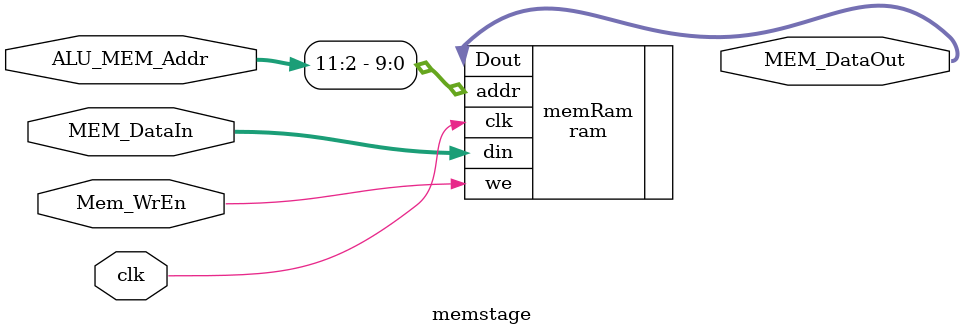
<source format=v>
`timescale 1ns / 1ps
module memstage(
    input clk,
    input Mem_WrEn,
    input [31:0] ALU_MEM_Addr,
    input signed [31:0] MEM_DataIn,
    output signed [31:0] MEM_DataOut
    );
	
	 ram memRam (.clk(clk),.we(Mem_WrEn),.addr(ALU_MEM_Addr[11:2]),.din(MEM_DataIn),.Dout(MEM_DataOut));
	 
endmodule

</source>
